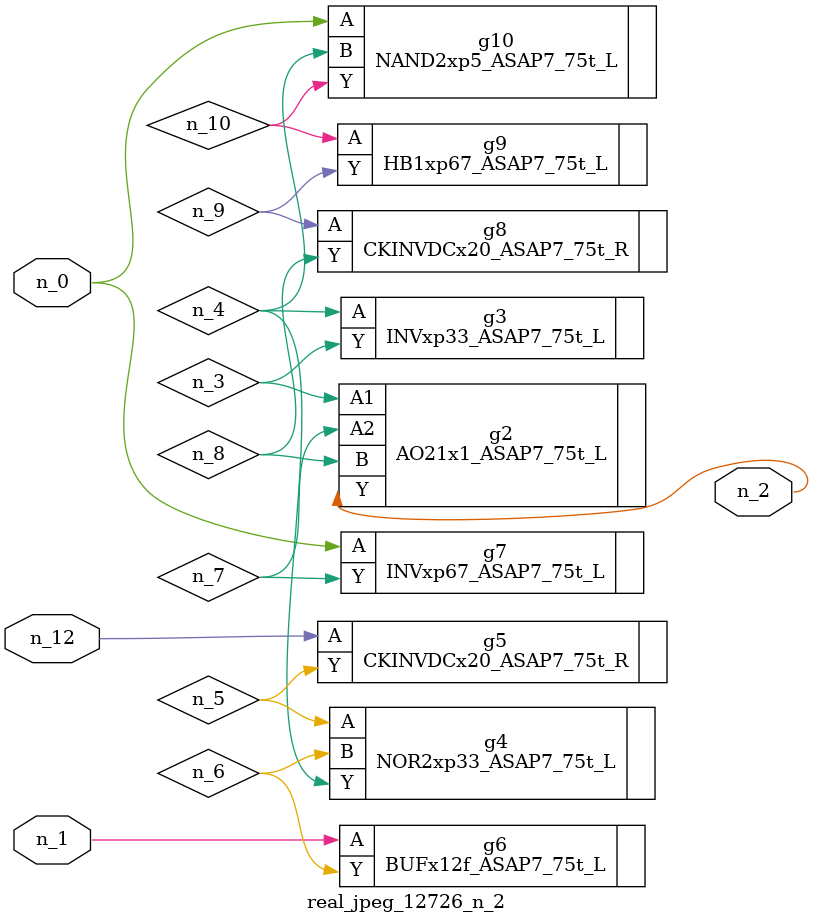
<source format=v>
module real_jpeg_12726_n_2 (n_12, n_1, n_0, n_2);

input n_12;
input n_1;
input n_0;

output n_2;

wire n_5;
wire n_4;
wire n_8;
wire n_6;
wire n_7;
wire n_3;
wire n_10;
wire n_9;

INVxp67_ASAP7_75t_L g7 ( 
.A(n_0),
.Y(n_7)
);

NAND2xp5_ASAP7_75t_L g10 ( 
.A(n_0),
.B(n_4),
.Y(n_10)
);

BUFx12f_ASAP7_75t_L g6 ( 
.A(n_1),
.Y(n_6)
);

AO21x1_ASAP7_75t_L g2 ( 
.A1(n_3),
.A2(n_7),
.B(n_8),
.Y(n_2)
);

INVxp33_ASAP7_75t_L g3 ( 
.A(n_4),
.Y(n_3)
);

NOR2xp33_ASAP7_75t_L g4 ( 
.A(n_5),
.B(n_6),
.Y(n_4)
);

CKINVDCx20_ASAP7_75t_R g8 ( 
.A(n_9),
.Y(n_8)
);

HB1xp67_ASAP7_75t_L g9 ( 
.A(n_10),
.Y(n_9)
);

CKINVDCx20_ASAP7_75t_R g5 ( 
.A(n_12),
.Y(n_5)
);


endmodule
</source>
